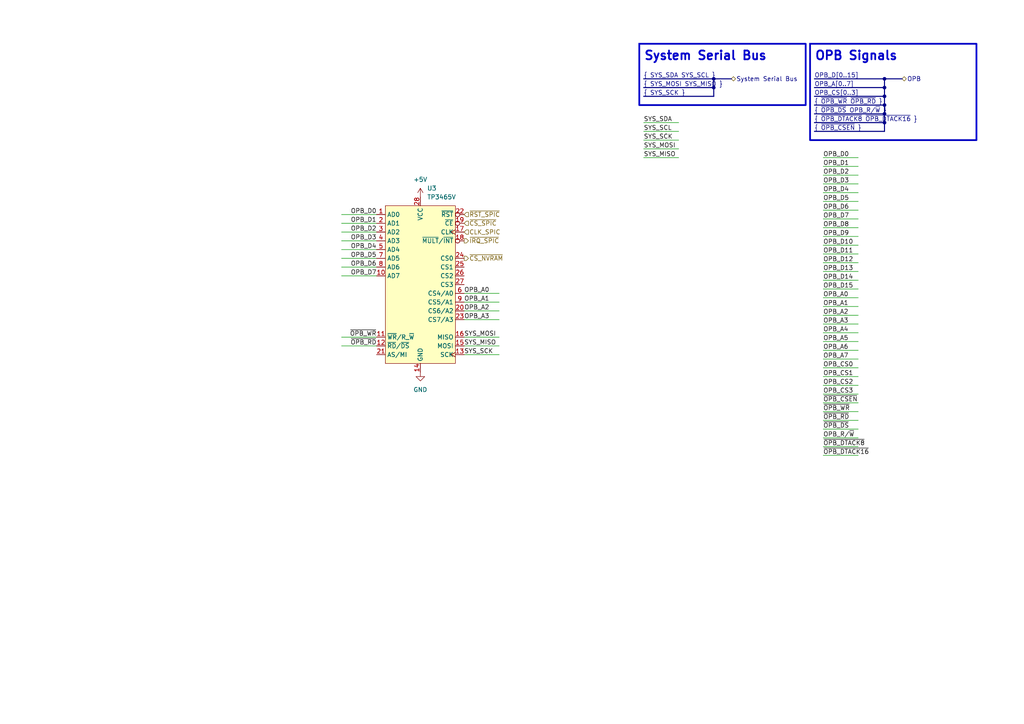
<source format=kicad_sch>
(kicad_sch (version 20230121) (generator eeschema)
  (paper "A4")
  (lib_symbols
    (symbol "m68k-hbc-ic:TP3465V"
      (property "Reference" "U" (at 5.08 17.78 0))
      (property "Value" "TP3465V" (at 5.08 15.24 0))
      (symbol "TP3465V_1_1"
        (rectangle (start -10.16 13.97) (end 10.16 -31.75) (fill (type background)))
        (pin bidirectional line (at -12.7 11.43 0) (length 2.54) (name "AD0") (number "1"))
        (pin bidirectional line (at -12.7 -6.35 0) (length 2.54) (name "AD7") (number "10"))
        (pin input line (at -12.7 -24.13 0) (length 2.54) (name "~{WR}/R_~{W}") (number "11"))
        (pin input line (at -12.7 -26.67 0) (length 2.54) (name "~{RD}/~{DS}") (number "12"))
        (pin output clock (at 12.7 -29.21 180) (length 2.54) (name "SCK") (number "13"))
        (pin power_in line (at 0 -34.29 90) (length 2.54) (name "GND") (number "14"))
        (pin output line (at 12.7 -26.67 180) (length 2.54) (name "MOSI") (number "15"))
        (pin input line (at 12.7 -24.13 180) (length 2.54) (name "MISO") (number "16"))
        (pin input clock (at 12.7 6.35 180) (length 2.54) (name "CLK") (number "17"))
        (pin input inverted (at 12.7 3.81 180) (length 2.54) (name "~{MULT}/~{INT}") (number "18"))
        (pin input inverted (at 12.7 8.89 180) (length 2.54) (name "~{CE}") (number "19"))
        (pin bidirectional line (at -12.7 8.89 0) (length 2.54) (name "AD1") (number "2"))
        (pin bidirectional line (at 12.7 -16.51 180) (length 2.54) (name "CS6/A2") (number "20"))
        (pin input line (at -12.7 -29.21 0) (length 2.54) (name "AS/MI") (number "21"))
        (pin input inverted (at 12.7 11.43 180) (length 2.54) (name "~{RST}") (number "22"))
        (pin bidirectional line (at 12.7 -19.05 180) (length 2.54) (name "CS7/A3") (number "23"))
        (pin output line (at 12.7 -1.27 180) (length 2.54) (name "CS0") (number "24"))
        (pin output line (at 12.7 -3.81 180) (length 2.54) (name "CS1") (number "25"))
        (pin output line (at 12.7 -6.35 180) (length 2.54) (name "CS2") (number "26"))
        (pin output line (at 12.7 -8.89 180) (length 2.54) (name "CS3") (number "27"))
        (pin power_in line (at 0 16.51 270) (length 2.54) (name "VCC") (number "28"))
        (pin bidirectional line (at -12.7 6.35 0) (length 2.54) (name "AD2") (number "3"))
        (pin bidirectional line (at -12.7 3.81 0) (length 2.54) (name "AD3") (number "4"))
        (pin bidirectional line (at -12.7 1.27 0) (length 2.54) (name "AD4") (number "5"))
        (pin bidirectional line (at 12.7 -11.43 180) (length 2.54) (name "CS4/A0") (number "6"))
        (pin bidirectional line (at -12.7 -1.27 0) (length 2.54) (name "AD5") (number "7"))
        (pin bidirectional line (at -12.7 -3.81 0) (length 2.54) (name "AD6") (number "8"))
        (pin bidirectional line (at 12.7 -13.97 180) (length 2.54) (name "CS5/A1") (number "9"))
      )
    )
    (symbol "power:+5V" (power) (pin_names (offset 0))
      (property "Value" "+5V" (at 0 3.556 0))
      (symbol "+5V_0_1"
        (polyline (pts (xy -0.762 1.27) (xy 0 2.54)))
        (polyline (pts (xy 0 0) (xy 0 2.54)))
        (polyline (pts (xy 0 2.54) (xy 0.762 1.27)))
      )
      (symbol "+5V_1_1"
        (pin power_in line (at 0 0 90) (length 0) hide (name "+5V") (number "1"))
      )
    )
    (symbol "power:GND" (power) (pin_names (offset 0))
      (property "Value" "GND" (at 0 -3.81 0))
      (symbol "GND_0_1"
        (polyline (pts (xy 0 0) (xy 0 -1.27) (xy 1.27 -1.27) (xy 0 -2.54) (xy -1.27 -1.27) (xy 0 -1.27)))
      )
      (symbol "GND_1_1"
        (pin power_in line (at 0 0 270) (length 0) hide (name "GND") (number "1"))
      )
    )
  )
  (junction (at 256.54 35.56))
  (junction (at 256.54 27.94))
  (junction (at 207.01 22.86))
  (junction (at 256.54 33.02))
  (junction (at 207.01 25.4))
  (junction (at 256.54 30.48))
  (junction (at 256.54 25.4))
  (junction (at 256.54 22.86))
  (wire (pts (xy 248.92 53.34) (xy 238.76 53.34)))
  (bus (pts (xy 256.54 27.94) (xy 256.54 25.4)))
  (wire (pts (xy 248.92 68.58) (xy 238.76 68.58)))
  (wire (pts (xy 248.92 99.06) (xy 238.76 99.06)))
  (wire (pts (xy 99.06 100.33) (xy 109.22 100.33)))
  (wire (pts (xy 134.62 100.33) (xy 144.78 100.33)))
  (wire (pts (xy 99.06 64.77) (xy 109.22 64.77)))
  (wire (pts (xy 248.92 48.26) (xy 238.76 48.26)))
  (wire (pts (xy 248.92 116.84) (xy 238.76 116.84)))
  (wire (pts (xy 248.92 81.28) (xy 238.76 81.28)))
  (bus (pts (xy 236.22 27.94) (xy 256.54 27.94)))
  (wire (pts (xy 248.92 119.38) (xy 238.76 119.38)))
  (wire (pts (xy 248.92 101.6) (xy 238.76 101.6)))
  (wire (pts (xy 134.62 102.87) (xy 144.78 102.87)))
  (wire (pts (xy 99.06 77.47) (xy 109.22 77.47)))
  (wire (pts (xy 99.06 69.85) (xy 109.22 69.85)))
  (wire (pts (xy 186.69 40.64) (xy 196.85 40.64)))
  (wire (pts (xy 248.92 45.72) (xy 238.76 45.72)))
  (bus (pts (xy 236.22 33.02) (xy 256.54 33.02)))
  (wire (pts (xy 186.69 38.1) (xy 196.85 38.1)))
  (wire (pts (xy 248.92 93.98) (xy 238.76 93.98)))
  (wire (pts (xy 248.92 124.46) (xy 238.76 124.46)))
  (wire (pts (xy 99.06 80.01) (xy 109.22 80.01)))
  (bus (pts (xy 256.54 35.56) (xy 256.54 33.02)))
  (bus (pts (xy 256.54 38.1) (xy 256.54 35.56)))
  (bus (pts (xy 186.69 27.94) (xy 207.01 27.94)))
  (wire (pts (xy 248.92 106.68) (xy 238.76 106.68)))
  (bus (pts (xy 207.01 22.86) (xy 207.01 25.4)))
  (wire (pts (xy 248.92 76.2) (xy 238.76 76.2)))
  (wire (pts (xy 134.62 92.71) (xy 144.78 92.71)))
  (wire (pts (xy 248.92 86.36) (xy 238.76 86.36)))
  (wire (pts (xy 248.92 60.96) (xy 238.76 60.96)))
  (wire (pts (xy 248.92 78.74) (xy 238.76 78.74)))
  (wire (pts (xy 248.92 109.22) (xy 238.76 109.22)))
  (wire (pts (xy 99.06 72.39) (xy 109.22 72.39)))
  (bus (pts (xy 256.54 30.48) (xy 256.54 27.94)))
  (wire (pts (xy 186.69 45.72) (xy 196.85 45.72)))
  (bus (pts (xy 256.54 25.4) (xy 256.54 22.86)))
  (wire (pts (xy 248.92 50.8) (xy 238.76 50.8)))
  (wire (pts (xy 134.62 97.79) (xy 144.78 97.79)))
  (wire (pts (xy 99.06 97.79) (xy 109.22 97.79)))
  (wire (pts (xy 134.62 85.09) (xy 144.78 85.09)))
  (wire (pts (xy 99.06 62.23) (xy 109.22 62.23)))
  (wire (pts (xy 248.92 114.3) (xy 238.76 114.3)))
  (bus (pts (xy 236.22 25.4) (xy 256.54 25.4)))
  (wire (pts (xy 248.92 88.9) (xy 238.76 88.9)))
  (wire (pts (xy 99.06 74.93) (xy 109.22 74.93)))
  (bus (pts (xy 236.22 35.56) (xy 256.54 35.56)))
  (wire (pts (xy 134.62 90.17) (xy 144.78 90.17)))
  (wire (pts (xy 248.92 91.44) (xy 238.76 91.44)))
  (bus (pts (xy 186.69 25.4) (xy 207.01 25.4)))
  (wire (pts (xy 248.92 83.82) (xy 238.76 83.82)))
  (wire (pts (xy 248.92 121.92) (xy 238.76 121.92)))
  (wire (pts (xy 248.92 127) (xy 238.76 127)))
  (wire (pts (xy 186.69 35.56) (xy 196.85 35.56)))
  (wire (pts (xy 99.06 67.31) (xy 109.22 67.31)))
  (bus (pts (xy 256.54 22.86) (xy 261.62 22.86)))
  (bus (pts (xy 236.22 22.86) (xy 256.54 22.86)))
  (bus (pts (xy 207.01 22.86) (xy 212.09 22.86)))
  (wire (pts (xy 248.92 63.5) (xy 238.76 63.5)))
  (wire (pts (xy 248.92 111.76) (xy 238.76 111.76)))
  (wire (pts (xy 248.92 73.66) (xy 238.76 73.66)))
  (wire (pts (xy 248.92 104.14) (xy 238.76 104.14)))
  (wire (pts (xy 248.92 71.12) (xy 238.76 71.12)))
  (bus (pts (xy 207.01 25.4) (xy 207.01 27.94)))
  (bus (pts (xy 236.22 38.1) (xy 256.54 38.1)))
  (bus (pts (xy 236.22 30.48) (xy 256.54 30.48)))
  (wire (pts (xy 248.92 66.04) (xy 238.76 66.04)))
  (wire (pts (xy 248.92 129.54) (xy 238.76 129.54)))
  (bus (pts (xy 256.54 33.02) (xy 256.54 30.48)))
  (bus (pts (xy 186.69 22.86) (xy 207.01 22.86)))
  (wire (pts (xy 248.92 96.52) (xy 238.76 96.52)))
  (wire (pts (xy 248.92 132.08) (xy 238.76 132.08)))
  (wire (pts (xy 134.62 87.63) (xy 144.78 87.63)))
  (wire (pts (xy 248.92 55.88) (xy 238.76 55.88)))
  (wire (pts (xy 248.92 58.42) (xy 238.76 58.42)))
  (wire (pts (xy 186.69 43.18) (xy 196.85 43.18)))
  (rectangle (start 234.95 12.7) (end 283.21 40.64) (stroke (width 0.508)))
  (rectangle (start 185.42 12.7) (end 233.68 30.48) (stroke (width 0.508)))
  (text "OPB Signals" (at 236.22 17.78 0) (effects (font (size 2.54 2.54) (thickness 0.508) bold) (justify left bottom)))
  (text "System Serial Bus" (at 186.69 17.78 0) (effects (font (size 2.54 2.54) (thickness 0.508) bold) (justify left bottom)))
  (label "SYS_SCK" (at 134.62 102.87 0))
  (label "OPB_D3" (at 109.22 69.85 180))
  (label "OPB_CS3" (at 238.76 114.3 0))
  (label "OPB_A1" (at 238.76 88.9 0))
  (label "OPB_D6" (at 238.76 60.96 0))
  (label "OPB_D11" (at 238.76 73.66 0))
  (label "~{OPB_RD}" (at 109.22 100.33 180))
  (label "OPB_D1" (at 109.22 64.77 180))
  (label "OPB_D6" (at 109.22 77.47 180))
  (label "OPB_A6" (at 238.76 101.6 0))
  (label "OPB_A3" (at 134.62 92.71 0))
  (label "{ ~{OPB_WR} ~{OPB_RD} }" (at 236.22 30.48 0))
  (label "OPB_D4" (at 238.76 55.88 0))
  (label "OPB_A7" (at 238.76 104.14 0))
  (label "OPB_CS2" (at 238.76 111.76 0))
  (label "~{OPB_RD}" (at 238.76 121.92 0))
  (label "{ SYS_MOSI SYS_MISO }" (at 186.69 25.4 0))
  (label "SYS_MISO" (at 134.62 100.33 0))
  (label "OPB_D14" (at 238.76 81.28 0))
  (label "SYS_SCK" (at 186.69 40.64 0))
  (label "SYS_MOSI" (at 134.62 97.79 0))
  (label "OPB_D0" (at 238.76 45.72 0))
  (label "OPB_D8" (at 238.76 66.04 0))
  (label "{ SYS_SDA SYS_SCL }" (at 186.69 22.86 0))
  (label "OPB_D5" (at 109.22 74.93 180))
  (label "~{OPB_DS}" (at 238.76 124.46 0))
  (label "OPB_A0" (at 238.76 86.36 0))
  (label "{ ~{OPB_DTACK8} ~{OPB_DTACK16} }" (at 236.22 35.56 0))
  (label "SYS_SDA" (at 186.69 35.56 0))
  (label "OPB_CS[0..3]" (at 236.22 27.94 0))
  (label "OPB_R{slash}~{W}" (at 238.76 127 0))
  (label "OPB_D[0..15]" (at 236.22 22.86 0))
  (label "OPB_D1" (at 238.76 48.26 0))
  (label "~{OPB_CSEN}" (at 238.76 116.84 0))
  (label "OPB_D7" (at 238.76 63.5 0))
  (label "OPB_D5" (at 238.76 58.42 0))
  (label "OPB_A2" (at 134.62 90.17 0))
  (label "OPB_D12" (at 238.76 76.2 0))
  (label "{ ~{OPB_CSEN} }" (at 236.22 38.1 0))
  (label "OPB_D7" (at 109.22 80.01 180))
  (label "OPB_A3" (at 238.76 93.98 0))
  (label "OPB_D15" (at 238.76 83.82 0))
  (label "OPB_A2" (at 238.76 91.44 0))
  (label "OPB_D0" (at 109.22 62.23 180))
  (label "~{OPB_WR}" (at 238.76 119.38 0))
  (label "OPB_A[0..7]" (at 236.22 25.4 0))
  (label "SYS_MISO" (at 186.69 45.72 0))
  (label "OPB_A0" (at 134.62 85.09 0))
  (label "{ ~{OPB_DS} OPB_R{slash}~{W} }" (at 236.22 33.02 0))
  (label "SYS_MOSI" (at 186.69 43.18 0))
  (label "SYS_SCL" (at 186.69 38.1 0))
  (label "OPB_D2" (at 238.76 50.8 0))
  (label "OPB_D2" (at 109.22 67.31 180))
  (label "~{OPB_DTACK16}" (at 238.76 132.08 0))
  (label "OPB_A4" (at 238.76 96.52 0))
  (label "OPB_D3" (at 238.76 53.34 0))
  (label "OPB_CS1" (at 238.76 109.22 0))
  (label "~{OPB_WR}" (at 109.22 97.79 180))
  (label "~{OPB_DTACK8}" (at 238.76 129.54 0))
  (label "OPB_D13" (at 238.76 78.74 0))
  (label "OPB_D4" (at 109.22 72.39 180))
  (label "{ SYS_SCK }" (at 186.69 27.94 0))
  (label "OPB_D9" (at 238.76 68.58 0))
  (label "OPB_D10" (at 238.76 71.12 0))
  (label "OPB_A5" (at 238.76 99.06 0))
  (label "OPB_A1" (at 134.62 87.63 0))
  (label "OPB_CS0" (at 238.76 106.68 0))
  (hierarchical_label "~{RST_SPIC}" (shape input) (at 134.62 62.23 0))
  (hierarchical_label "System Serial Bus" (shape bidirectional) (at 212.09 22.86 0))
  (hierarchical_label "~{CS_SPIC}" (shape input) (at 134.62 64.77 0))
  (hierarchical_label "OPB" (shape bidirectional) (at 261.62 22.86 0))
  (hierarchical_label "~{CS_NVRAM}" (shape output) (at 134.62 74.93 0))
  (hierarchical_label "CLK_SPIC" (shape input) (at 134.62 67.31 0))
  (hierarchical_label "~{IRQ_SPIC}" (shape output) (at 134.62 69.85 0))
  (symbol (lib_id "power:+5V") (at 121.92 57.15 0) (unit 1)
    (property "Reference" "#PWR083" (effects hide))
    (property "Value" "+5V" (at 121.92 52.07 0))
  )
  (symbol (lib_id "power:GND") (at 121.92 107.95 0) (unit 1)
    (property "Reference" "#PWR084" (effects hide))
    (property "Value" "GND" (at 121.92 113.03 0))
  )
  (symbol (lib_id "m68k-hbc-ic:TP3465V") (at 121.92 73.66 0) (unit 1)
    (property "Reference" "U3" (at 123.8759 54.61 0) (effects (justify left)))
    (property "Value" "TP3465V" (at 123.8759 57.15 0) (effects (justify left)))
    (property "Footprint" "Package_LCC:PLCC-28" (effects hide))
    (instances (project "m68k-hbc" (path "" (reference "U3") (unit 1)) (path "" (reference "U9") (unit 1)) (path "" (reference "U9") (unit 1))))
  )
)
</source>
